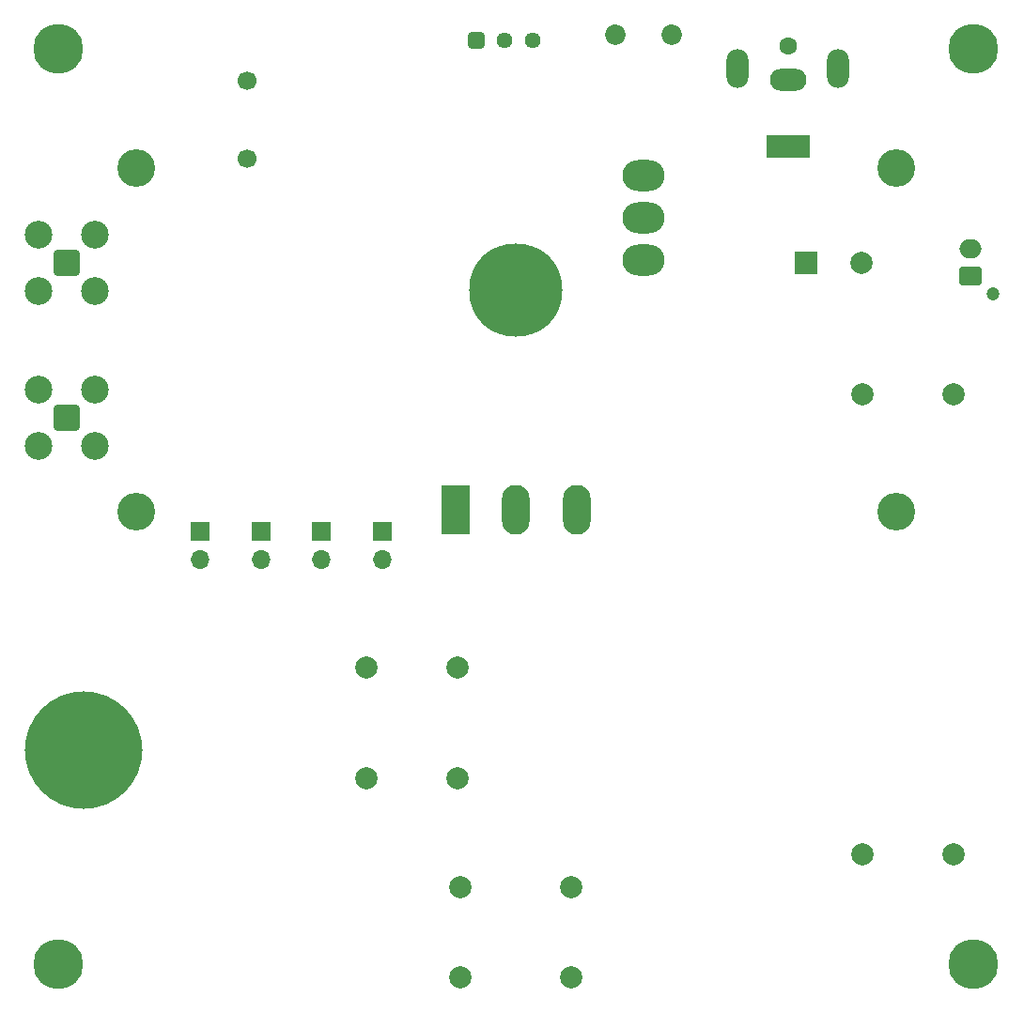
<source format=gbs>
%TF.GenerationSoftware,KiCad,Pcbnew,9.0.0*%
%TF.CreationDate,2025-04-30T01:59:44-07:00*%
%TF.ProjectId,PlasmaTransformer,506c6173-6d61-4547-9261-6e73666f726d,rev?*%
%TF.SameCoordinates,Original*%
%TF.FileFunction,Soldermask,Bot*%
%TF.FilePolarity,Negative*%
%FSLAX46Y46*%
G04 Gerber Fmt 4.6, Leading zero omitted, Abs format (unit mm)*
G04 Created by KiCad (PCBNEW 9.0.0) date 2025-04-30 01:59:44*
%MOMM*%
%LPD*%
G01*
G04 APERTURE LIST*
G04 Aperture macros list*
%AMRoundRect*
0 Rectangle with rounded corners*
0 $1 Rounding radius*
0 $2 $3 $4 $5 $6 $7 $8 $9 X,Y pos of 4 corners*
0 Add a 4 corners polygon primitive as box body*
4,1,4,$2,$3,$4,$5,$6,$7,$8,$9,$2,$3,0*
0 Add four circle primitives for the rounded corners*
1,1,$1+$1,$2,$3*
1,1,$1+$1,$4,$5*
1,1,$1+$1,$6,$7*
1,1,$1+$1,$8,$9*
0 Add four rect primitives between the rounded corners*
20,1,$1+$1,$2,$3,$4,$5,0*
20,1,$1+$1,$4,$5,$6,$7,0*
20,1,$1+$1,$6,$7,$8,$9,0*
20,1,$1+$1,$8,$9,$2,$3,0*%
G04 Aperture macros list end*
%ADD10C,1.850000*%
%ADD11O,3.800000X2.800000*%
%ADD12R,1.700000X1.700000*%
%ADD13O,1.700000X1.700000*%
%ADD14C,2.000000*%
%ADD15C,8.400000*%
%ADD16C,1.600000*%
%ADD17R,4.000000X2.000000*%
%ADD18O,3.300000X2.000000*%
%ADD19O,2.000000X3.500000*%
%ADD20RoundRect,0.200100X0.949900X-0.949900X0.949900X0.949900X-0.949900X0.949900X-0.949900X-0.949900X0*%
%ADD21C,2.500000*%
%ADD22C,4.500000*%
%ADD23R,2.000000X2.000000*%
%ADD24C,1.200000*%
%ADD25RoundRect,0.250000X0.750000X-0.600000X0.750000X0.600000X-0.750000X0.600000X-0.750000X-0.600000X0*%
%ADD26O,2.000000X1.700000*%
%ADD27C,1.700000*%
%ADD28C,10.600000*%
%ADD29RoundRect,0.250000X0.470000X-0.470000X0.470000X0.470000X-0.470000X0.470000X-0.470000X-0.470000X0*%
%ADD30C,1.440000*%
%ADD31C,3.400000*%
%ADD32C,3.600000*%
%ADD33R,2.500000X4.500000*%
%ADD34O,2.500000X4.500000*%
G04 APERTURE END LIST*
D10*
%TO.C,SW1*%
X114040000Y-57490000D03*
X108960000Y-57490000D03*
D11*
X111500000Y-70190000D03*
X111500000Y-74000000D03*
X111500000Y-77810000D03*
%TD*%
D12*
%TO.C,JP2*%
X77000000Y-102225000D03*
D13*
X77000000Y-104765000D03*
%TD*%
D14*
%TO.C,J12*%
X95000000Y-142500000D03*
X95000000Y-134300001D03*
%TD*%
D12*
%TO.C,JP4*%
X88000000Y-102225000D03*
D13*
X88000000Y-104765000D03*
%TD*%
D15*
%TO.C,H2*%
X100000000Y-80500000D03*
%TD*%
D16*
%TO.C,J1*%
X124500000Y-58500000D03*
D17*
X124500000Y-67500000D03*
D18*
X124500000Y-61500000D03*
D19*
X120000000Y-60500000D03*
X129000000Y-60500000D03*
%TD*%
D20*
%TO.C,J5*%
X59500000Y-78000000D03*
D21*
X56960000Y-80540000D03*
X62040000Y-80540000D03*
X56960000Y-75460000D03*
X62040000Y-75460000D03*
%TD*%
D22*
%TO.C,M1*%
X58750000Y-58750000D03*
X58750000Y-141250000D03*
X141250000Y-58750000D03*
X141250000Y-141250000D03*
%TD*%
D23*
%TO.C,C2*%
X126132323Y-78000000D03*
D14*
X131132323Y-78000000D03*
%TD*%
%TO.C,J11*%
X105000000Y-142500000D03*
X105000000Y-134300001D03*
%TD*%
D24*
%TO.C,J2*%
X142975000Y-80850000D03*
D25*
X140975000Y-79250000D03*
D26*
X140975000Y-76750000D03*
%TD*%
D14*
%TO.C,J9*%
X139450000Y-89866600D03*
X131250001Y-89866600D03*
%TD*%
D27*
%TO.C,J8*%
X75800000Y-61600000D03*
X75800000Y-68600000D03*
%TD*%
D14*
%TO.C,J7*%
X86550001Y-114500000D03*
X94750000Y-114500000D03*
%TD*%
D12*
%TO.C,JP1*%
X71500000Y-102225000D03*
D13*
X71500000Y-104765000D03*
%TD*%
D28*
%TO.C,H1*%
X61000000Y-122000000D03*
%TD*%
D29*
%TO.C,RV1*%
X96460000Y-58000000D03*
D30*
X99000000Y-58000000D03*
X101540000Y-58000000D03*
%TD*%
D31*
%TO.C,HS1*%
X65750000Y-69500000D03*
X65750000Y-100500000D03*
X100000000Y-80400000D03*
X134250000Y-69500000D03*
X134250000Y-100500000D03*
%TD*%
D12*
%TO.C,JP3*%
X82500000Y-102225000D03*
D13*
X82500000Y-104765000D03*
%TD*%
D32*
%TO.C,Q1*%
X100000000Y-80430000D03*
D33*
X94550000Y-100290000D03*
D34*
X100000000Y-100290000D03*
X105450000Y-100290000D03*
%TD*%
D14*
%TO.C,J10*%
X139450000Y-131366600D03*
X131250001Y-131366600D03*
%TD*%
%TO.C,J6*%
X86550001Y-124500000D03*
X94750000Y-124500000D03*
%TD*%
D20*
%TO.C,J3*%
X59500000Y-92000000D03*
D21*
X56960000Y-94540000D03*
X62040000Y-94540000D03*
X56960000Y-89460000D03*
X62040000Y-89460000D03*
%TD*%
M02*

</source>
